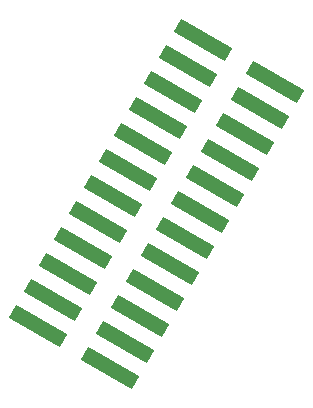
<source format=gbp>
%TF.GenerationSoftware,KiCad,Pcbnew,8.0.8*%
%TF.CreationDate,2025-03-26T10:56:16-07:00*%
%TF.ProjectId,led_mapper_850,6c65645f-6d61-4707-9065-725f3835302e,rev?*%
%TF.SameCoordinates,Original*%
%TF.FileFunction,Paste,Bot*%
%TF.FilePolarity,Positive*%
%FSLAX46Y46*%
G04 Gerber Fmt 4.6, Leading zero omitted, Abs format (unit mm)*
G04 Created by KiCad (PCBNEW 8.0.8) date 2025-03-26 10:56:16*
%MOMM*%
%LPD*%
G01*
G04 APERTURE LIST*
G04 Aperture macros list*
%AMRotRect*
0 Rectangle, with rotation*
0 The origin of the aperture is its center*
0 $1 length*
0 $2 width*
0 $3 Rotation angle, in degrees counterclockwise*
0 Add horizontal line*
21,1,$1,$2,0,0,$3*%
G04 Aperture macros list end*
%ADD10RotRect,5.000000X1.270000X330.000000*%
G04 APERTURE END LIST*
D10*
%TO.C,J1*%
X37250000Y-57198523D03*
X38520000Y-54998817D03*
X39790000Y-52799114D03*
X41060000Y-50599410D03*
X42330000Y-48399705D03*
X43600000Y-46200000D03*
X44870000Y-44000296D03*
X46140000Y-41800591D03*
X47410000Y-39600887D03*
X48680000Y-37401182D03*
X49950000Y-35201478D03*
X51220000Y-33001773D03*
X43346818Y-60718523D03*
X44616818Y-58518818D03*
X45886818Y-56319114D03*
X47156818Y-54119409D03*
X48426818Y-51919705D03*
X49696818Y-49720000D03*
X50966818Y-47520296D03*
X52236818Y-45320591D03*
X53506818Y-43120886D03*
X54776818Y-40921182D03*
X56046818Y-38721479D03*
X57316818Y-36521773D03*
%TD*%
M02*

</source>
